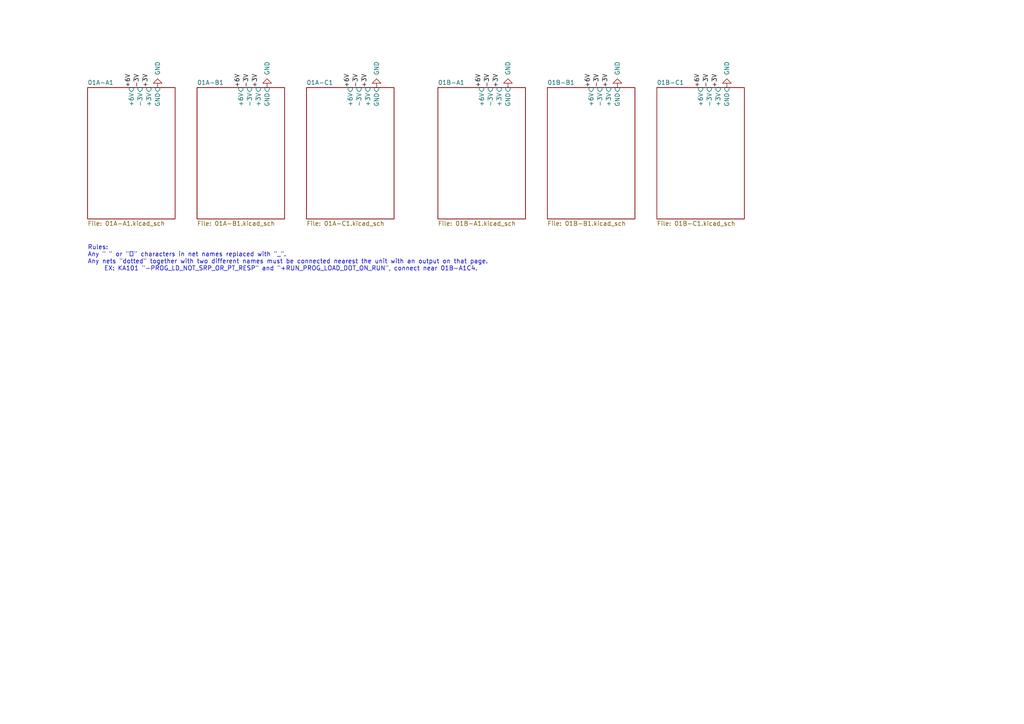
<source format=kicad_sch>
(kicad_sch (version 20211123) (generator eeschema)
  (paper "A4")
  (lib_symbols
    (symbol "power:GND" (power) (pin_names (offset 0))
      (property "Value" "GND" (at 0 -3.81 0))
      (symbol "GND_0_1"
        (polyline (pts (xy 0 0) (xy 0 -1.27) (xy 1.27 -1.27) (xy 0 -2.54) (xy -1.27 -1.27) (xy 0 -1.27)))
      )
      (symbol "GND_1_1"
        (pin power_in line (at 0 0 270) (length 0) hide (name "GND") (number "1"))
      )
    )
  )
  (text "Rules:\nAny \" \" or \"┛\" characters in net names replaced with \"_\".\nAny nets \"dotted\" together with two different names must be connected nearest the unit with an output on that page.\n	EX: KA101 \"-PROG_LD_NOT_SRP_OR_PT_RESP\" and \"+RUN_PROG_LOAD_DOT_ON_RUN\", connect near 01B-A1C4." (at 25.4 78.74 0) (effects (font (size 1.27 1.27)) (justify left bottom)))
  (label "-3V" (at 173.99 25.4 90))
  (label "-3V" (at 104.14 25.4 90))
  (label "-3V" (at 205.74 25.4 90))
  (label "+6V" (at 38.1 25.4 90))
  (label "+3V" (at 208.28 25.4 90))
  (label "+3V" (at 106.68 25.4 90))
  (label "+3V" (at 144.78 25.4 90))
  (label "+6V" (at 203.2 25.4 90))
  (label "-3V" (at 72.39 25.4 90))
  (label "+6V" (at 69.85 25.4 90))
  (label "+3V" (at 74.93 25.4 90))
  (label "+6V" (at 101.6 25.4 90))
  (label "+3V" (at 43.18 25.4 90))
  (label "+3V" (at 176.53 25.4 90))
  (label "-3V" (at 142.24 25.4 90))
  (label "+6V" (at 171.45 25.4 90))
  (label "-3V" (at 40.64 25.4 90))
  (label "+6V" (at 139.7 25.4 90))
  (symbol (lib_id "power:GND") (at 45.72 25.4 180) (unit 1)
    (property "Reference" "#PWR01" (effects hide))
    (property "Value" "GND" (at 45.72 17.78 90) (effects (justify left)))
  )
  (symbol (lib_id "power:GND") (at 77.47 25.4 180) (unit 1)
    (property "Reference" "#PWR02" (effects hide))
    (property "Value" "GND" (at 77.47 17.78 90) (effects (justify left)))
  )
  (symbol (lib_id "power:GND") (at 147.32 25.4 180) (unit 1)
    (property "Reference" "#PWR04" (effects hide))
    (property "Value" "GND" (at 147.32 17.78 90) (effects (justify left)))
  )
  (symbol (lib_id "power:GND") (at 179.07 25.4 180) (unit 1)
    (property "Reference" "#PWR05" (effects hide))
    (property "Value" "GND" (at 179.07 17.78 90) (effects (justify left)))
  )
  (symbol (lib_id "power:GND") (at 210.82 25.4 180) (unit 1)
    (property "Reference" "#PWR06" (effects hide))
    (property "Value" "GND" (at 210.82 17.78 90) (effects (justify left)))
  )
  (symbol (lib_id "power:GND") (at 109.22 25.4 180) (unit 1)
    (property "Reference" "#PWR03" (effects hide))
    (property "Value" "GND" (at 109.22 17.78 90) (effects (justify left)))
  )
  (sheet (at 158.75 25.4) (size 25.4 38.1) (stroke (width 0.1524))
    (property "Sheet name" "01B-B1" (at 158.75 24.6884 0) (effects (justify left bottom)))
    (property "Sheet file" "01B-B1.kicad_sch" (at 158.75 64.0846 0) (effects (justify left top)))
    (pin "+6V" input (at 171.45 25.4 90))
    (pin "+3V" input (at 176.53 25.4 90))
    (pin "-3V" input (at 173.99 25.4 90))
    (pin "GND" input (at 179.07 25.4 90))
  )
  (sheet (at 25.4 25.4) (size 25.4 38.1) (stroke (width 0.1524))
    (property "Sheet name" "01A-A1" (at 25.4 24.6884 0) (effects (justify left bottom)))
    (property "Sheet file" "01A-A1.kicad_sch" (at 25.4 64.0846 0) (effects (justify left top)))
    (pin "+6V" input (at 38.1 25.4 90))
    (pin "GND" input (at 45.72 25.4 90))
    (pin "+3V" input (at 43.18 25.4 90))
    (pin "-3V" input (at 40.64 25.4 90))
  )
  (sheet (at 190.5 25.4) (size 25.4 38.1) (stroke (width 0.1524))
    (property "Sheet name" "01B-C1" (at 190.5 24.6884 0) (effects (justify left bottom)))
    (property "Sheet file" "01B-C1.kicad_sch" (at 190.5 64.0846 0) (effects (justify left top)))
    (pin "GND" input (at 210.82 25.4 90))
    (pin "-3V" input (at 205.74 25.4 90))
    (pin "+3V" input (at 208.28 25.4 90))
    (pin "+6V" input (at 203.2 25.4 90))
  )
  (sheet (at 57.15 25.4) (size 25.4 38.1) (stroke (width 0.1524))
    (property "Sheet name" "01A-B1" (at 57.15 24.6884 0) (effects (justify left bottom)))
    (property "Sheet file" "01A-B1.kicad_sch" (at 57.15 64.0846 0) (effects (justify left top)))
    (pin "-3V" input (at 72.39 25.4 90))
    (pin "+6V" input (at 69.85 25.4 90))
    (pin "+3V" input (at 74.93 25.4 90))
    (pin "GND" input (at 77.47 25.4 90))
  )
  (sheet (at 88.9 25.4) (size 25.4 38.1) (stroke (width 0.1524))
    (property "Sheet name" "01A-C1" (at 88.9 24.6884 0) (effects (justify left bottom)))
    (property "Sheet file" "01A-C1.kicad_sch" (at 88.9 64.0846 0) (effects (justify left top)))
    (pin "+3V" input (at 106.68 25.4 90))
    (pin "-3V" input (at 104.14 25.4 90))
    (pin "+6V" input (at 101.6 25.4 90))
    (pin "GND" input (at 109.22 25.4 90))
  )
  (sheet (at 127 25.4) (size 25.4 38.1) (stroke (width 0.1524))
    (property "Sheet name" "01B-A1" (at 127 24.6884 0) (effects (justify left bottom)))
    (property "Sheet file" "01B-A1.kicad_sch" (at 127 64.0846 0) (effects (justify left top)))
    (pin "+3V" input (at 144.78 25.4 90))
    (pin "GND" input (at 147.32 25.4 90))
    (pin "-3V" input (at 142.24 25.4 90))
    (pin "+6V" input (at 139.7 25.4 90))
  )
)
</source>
